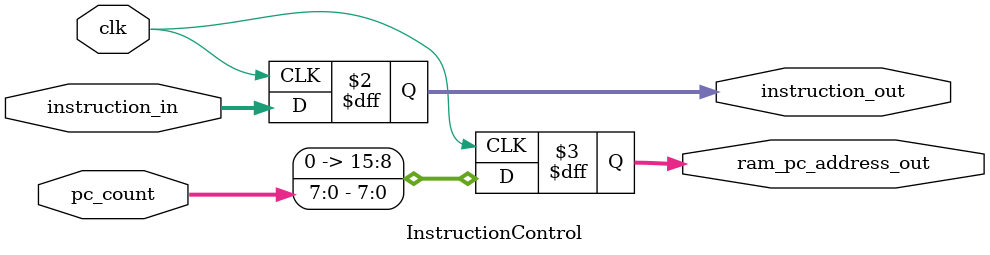
<source format=v>
module InstructionControl(clk, instruction_in, instruction_out, pc_count, ram_pc_address_out);
    input clk;
    input [7:0] pc_count;
    input [31:0] instruction_in;
    output reg [31:0] instruction_out;
    output reg [15:0] ram_pc_address_out;
    
    always @ (posedge clk)
        begin
            instruction_out = instruction_in;
            ram_pc_address_out = pc_count;
        end

endmodule
</source>
